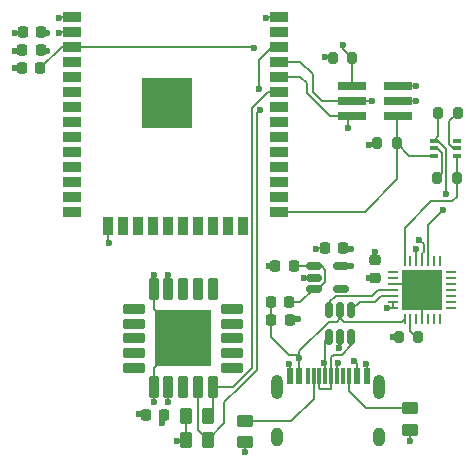
<source format=gbr>
%TF.GenerationSoftware,KiCad,Pcbnew,9.0.1*%
%TF.CreationDate,2025-11-28T17:08:09+01:00*%
%TF.ProjectId,SCD41-D-R1_demo,53434434-312d-4442-9d52-315f64656d6f,rev?*%
%TF.SameCoordinates,Original*%
%TF.FileFunction,Copper,L1,Top*%
%TF.FilePolarity,Positive*%
%FSLAX46Y46*%
G04 Gerber Fmt 4.6, Leading zero omitted, Abs format (unit mm)*
G04 Created by KiCad (PCBNEW 9.0.1) date 2025-11-28 17:08:09*
%MOMM*%
%LPD*%
G01*
G04 APERTURE LIST*
G04 Aperture macros list*
%AMRoundRect*
0 Rectangle with rounded corners*
0 $1 Rounding radius*
0 $2 $3 $4 $5 $6 $7 $8 $9 X,Y pos of 4 corners*
0 Add a 4 corners polygon primitive as box body*
4,1,4,$2,$3,$4,$5,$6,$7,$8,$9,$2,$3,0*
0 Add four circle primitives for the rounded corners*
1,1,$1+$1,$2,$3*
1,1,$1+$1,$4,$5*
1,1,$1+$1,$6,$7*
1,1,$1+$1,$8,$9*
0 Add four rect primitives between the rounded corners*
20,1,$1+$1,$2,$3,$4,$5,0*
20,1,$1+$1,$4,$5,$6,$7,0*
20,1,$1+$1,$6,$7,$8,$9,0*
20,1,$1+$1,$8,$9,$2,$3,0*%
G04 Aperture macros list end*
%TA.AperFunction,SMDPad,CuDef*%
%ADD10RoundRect,0.200000X-0.200000X-0.275000X0.200000X-0.275000X0.200000X0.275000X-0.200000X0.275000X0*%
%TD*%
%TA.AperFunction,SMDPad,CuDef*%
%ADD11RoundRect,0.225000X0.250000X-0.225000X0.250000X0.225000X-0.250000X0.225000X-0.250000X-0.225000X0*%
%TD*%
%TA.AperFunction,SMDPad,CuDef*%
%ADD12RoundRect,0.062500X-0.337500X-0.062500X0.337500X-0.062500X0.337500X0.062500X-0.337500X0.062500X0*%
%TD*%
%TA.AperFunction,SMDPad,CuDef*%
%ADD13RoundRect,0.062500X-0.062500X-0.337500X0.062500X-0.337500X0.062500X0.337500X-0.062500X0.337500X0*%
%TD*%
%TA.AperFunction,HeatsinkPad*%
%ADD14R,3.350000X3.350000*%
%TD*%
%TA.AperFunction,SMDPad,CuDef*%
%ADD15RoundRect,0.250000X-0.450000X0.262500X-0.450000X-0.262500X0.450000X-0.262500X0.450000X0.262500X0*%
%TD*%
%TA.AperFunction,SMDPad,CuDef*%
%ADD16RoundRect,0.250000X-0.262500X-0.450000X0.262500X-0.450000X0.262500X0.450000X-0.262500X0.450000X0*%
%TD*%
%TA.AperFunction,SMDPad,CuDef*%
%ADD17RoundRect,0.225000X0.225000X0.250000X-0.225000X0.250000X-0.225000X-0.250000X0.225000X-0.250000X0*%
%TD*%
%TA.AperFunction,SMDPad,CuDef*%
%ADD18R,2.400000X0.740000*%
%TD*%
%TA.AperFunction,SMDPad,CuDef*%
%ADD19RoundRect,0.225000X-0.225000X-0.250000X0.225000X-0.250000X0.225000X0.250000X-0.225000X0.250000X0*%
%TD*%
%TA.AperFunction,SMDPad,CuDef*%
%ADD20RoundRect,0.218750X0.218750X0.256250X-0.218750X0.256250X-0.218750X-0.256250X0.218750X-0.256250X0*%
%TD*%
%TA.AperFunction,SMDPad,CuDef*%
%ADD21RoundRect,0.100000X-0.225000X-0.100000X0.225000X-0.100000X0.225000X0.100000X-0.225000X0.100000X0*%
%TD*%
%TA.AperFunction,SMDPad,CuDef*%
%ADD22R,0.600000X1.450000*%
%TD*%
%TA.AperFunction,SMDPad,CuDef*%
%ADD23R,0.300000X1.450000*%
%TD*%
%TA.AperFunction,HeatsinkPad*%
%ADD24O,1.000000X2.100000*%
%TD*%
%TA.AperFunction,HeatsinkPad*%
%ADD25O,1.000000X1.600000*%
%TD*%
%TA.AperFunction,SMDPad,CuDef*%
%ADD26RoundRect,0.200000X0.200000X0.275000X-0.200000X0.275000X-0.200000X-0.275000X0.200000X-0.275000X0*%
%TD*%
%TA.AperFunction,SMDPad,CuDef*%
%ADD27RoundRect,0.150000X0.150000X-0.512500X0.150000X0.512500X-0.150000X0.512500X-0.150000X-0.512500X0*%
%TD*%
%TA.AperFunction,SMDPad,CuDef*%
%ADD28RoundRect,0.150000X-0.512500X-0.150000X0.512500X-0.150000X0.512500X0.150000X-0.512500X0.150000X0*%
%TD*%
%TA.AperFunction,SMDPad,CuDef*%
%ADD29R,1.500000X0.900000*%
%TD*%
%TA.AperFunction,SMDPad,CuDef*%
%ADD30R,0.900000X1.500000*%
%TD*%
%TA.AperFunction,SMDPad,CuDef*%
%ADD31R,1.050000X1.050000*%
%TD*%
%TA.AperFunction,HeatsinkPad*%
%ADD32C,0.600000*%
%TD*%
%TA.AperFunction,HeatsinkPad*%
%ADD33R,4.200000X4.200000*%
%TD*%
%TA.AperFunction,SMDPad,CuDef*%
%ADD34RoundRect,0.212500X-0.737500X-0.212500X0.737500X-0.212500X0.737500X0.212500X-0.737500X0.212500X0*%
%TD*%
%TA.AperFunction,SMDPad,CuDef*%
%ADD35RoundRect,0.212500X-0.212500X-0.737500X0.212500X-0.737500X0.212500X0.737500X-0.212500X0.737500X0*%
%TD*%
%TA.AperFunction,HeatsinkPad*%
%ADD36R,4.800000X4.800000*%
%TD*%
%TA.AperFunction,ViaPad*%
%ADD37C,0.600000*%
%TD*%
%TA.AperFunction,Conductor*%
%ADD38C,0.200000*%
%TD*%
G04 APERTURE END LIST*
D10*
%TO.P,R13,1*%
%TO.N,+3.3V*%
X193000000Y-94000000D03*
%TO.P,R13,2*%
%TO.N,Net-(U7-~{RST})*%
X194650000Y-94000000D03*
%TD*%
D11*
%TO.P,C9,1*%
%TO.N,+3.3V*%
X191000000Y-89000000D03*
%TO.P,C9,2*%
%TO.N,GND*%
X191000000Y-87450000D03*
%TD*%
D12*
%TO.P,U7,1,~{DCD}*%
%TO.N,unconnected-(U7-~{DCD}-Pad1)*%
X192550000Y-88500000D03*
%TO.P,U7,2,~{RI}/CLK*%
%TO.N,unconnected-(U7-~{RI}{slash}CLK-Pad2)*%
X192550000Y-89000000D03*
%TO.P,U7,3,GND*%
%TO.N,GND*%
X192550000Y-89500000D03*
%TO.P,U7,4,D+*%
%TO.N,USBP*%
X192550000Y-90000000D03*
%TO.P,U7,5,D-*%
%TO.N,USBN*%
X192550000Y-90500000D03*
%TO.P,U7,6,VDD*%
%TO.N,+3.3V*%
X192550000Y-91000000D03*
%TO.P,U7,7,VREGIN*%
X192550000Y-91500000D03*
D13*
%TO.P,U7,8,VBUS*%
%TO.N,VIN*%
X193500000Y-92450000D03*
%TO.P,U7,9,~{RST}*%
%TO.N,Net-(U7-~{RST})*%
X194000000Y-92450000D03*
%TO.P,U7,10,NC*%
%TO.N,unconnected-(U7-NC-Pad10)*%
X194500000Y-92450000D03*
%TO.P,U7,11,~{SUSPEND}*%
%TO.N,GND*%
X195000000Y-92450000D03*
%TO.P,U7,12,SUSPEND*%
%TO.N,unconnected-(U7-SUSPEND-Pad12)*%
X195500000Y-92450000D03*
%TO.P,U7,13,CHREN*%
%TO.N,unconnected-(U7-CHREN-Pad13)*%
X196000000Y-92450000D03*
%TO.P,U7,14,CHR1*%
%TO.N,unconnected-(U7-CHR1-Pad14)*%
X196500000Y-92450000D03*
D12*
%TO.P,U7,15,CHR0*%
%TO.N,unconnected-(U7-CHR0-Pad15)*%
X197450000Y-91500000D03*
%TO.P,U7,16,~{WAKEUP}/GPIO.3*%
%TO.N,unconnected-(U7-~{WAKEUP}{slash}GPIO.3-Pad16)*%
X197450000Y-91000000D03*
%TO.P,U7,17,RS485/GPIO.2*%
%TO.N,unconnected-(U7-RS485{slash}GPIO.2-Pad17)*%
X197450000Y-90500000D03*
%TO.P,U7,18,~{RXT}/GPIO.1*%
%TO.N,unconnected-(U7-~{RXT}{slash}GPIO.1-Pad18)*%
X197450000Y-90000000D03*
%TO.P,U7,19,~{TXT}/GPIO.0*%
%TO.N,unconnected-(U7-~{TXT}{slash}GPIO.0-Pad19)*%
X197450000Y-89500000D03*
%TO.P,U7,20,GPIO.6*%
%TO.N,unconnected-(U7-GPIO.6-Pad20)*%
X197450000Y-89000000D03*
%TO.P,U7,21,GPIO.5*%
%TO.N,unconnected-(U7-GPIO.5-Pad21)*%
X197450000Y-88500000D03*
D13*
%TO.P,U7,22,GPIO.4*%
%TO.N,unconnected-(U7-GPIO.4-Pad22)*%
X196500000Y-87550000D03*
%TO.P,U7,23,~{CTS}*%
%TO.N,unconnected-(U7-~{CTS}-Pad23)*%
X196000000Y-87550000D03*
%TO.P,U7,24,~{RTS}*%
%TO.N,Net-(Q1A-E1)*%
X195500000Y-87550000D03*
%TO.P,U7,25,RXD*%
%TO.N,TX*%
X195000000Y-87550000D03*
%TO.P,U7,26,TXD*%
%TO.N,RX*%
X194500000Y-87550000D03*
%TO.P,U7,27,~{DSR}*%
%TO.N,unconnected-(U7-~{DSR}-Pad27)*%
X194000000Y-87550000D03*
%TO.P,U7,28,~{DTR}*%
%TO.N,Net-(Q1B-E2)*%
X193500000Y-87550000D03*
D14*
%TO.P,U7,29,GND*%
%TO.N,GND*%
X195000000Y-90000000D03*
%TD*%
D15*
%TO.P,R5,1*%
%TO.N,Net-(J4-CC2)*%
X194000000Y-100000000D03*
%TO.P,R5,2*%
%TO.N,GND*%
X194000000Y-101825000D03*
%TD*%
D16*
%TO.P,R17,1*%
%TO.N,+3.3V*%
X175000000Y-102700000D03*
%TO.P,R17,2*%
%TO.N,SCL*%
X176825000Y-102700000D03*
%TD*%
%TO.P,R16,1*%
%TO.N,+3.3V*%
X175000000Y-100700000D03*
%TO.P,R16,2*%
%TO.N,SDA*%
X176825000Y-100700000D03*
%TD*%
D10*
%TO.P,R9,1*%
%TO.N,+3.3V*%
X187400000Y-70400000D03*
%TO.P,R9,2*%
%TO.N,EN*%
X189050000Y-70400000D03*
%TD*%
D17*
%TO.P,C5,1*%
%TO.N,+3.3V*%
X173150000Y-100600000D03*
%TO.P,C5,2*%
%TO.N,GND*%
X171600000Y-100600000D03*
%TD*%
D18*
%TO.P,J3,1,Pin_1*%
%TO.N,EN*%
X189050000Y-72730000D03*
%TO.P,J3,2,Pin_2*%
%TO.N,+3.3V*%
X192950000Y-72730000D03*
%TO.P,J3,3,Pin_3*%
%TO.N,TX*%
X189050000Y-74000000D03*
%TO.P,J3,4,Pin_4*%
%TO.N,GND*%
X192950000Y-74000000D03*
%TO.P,J3,5,Pin_5*%
%TO.N,RX*%
X189050000Y-75270000D03*
%TO.P,J3,6,Pin_6*%
%TO.N,BT*%
X192950000Y-75270000D03*
%TD*%
D19*
%TO.P,C2,1*%
%TO.N,VIN*%
X182217500Y-92545000D03*
%TO.P,C2,2*%
%TO.N,GND*%
X183767500Y-92545000D03*
%TD*%
D20*
%TO.P,FB1,1*%
%TO.N,Net-(U2-EN)*%
X183742500Y-91045000D03*
%TO.P,FB1,2*%
%TO.N,VIN*%
X182167500Y-91045000D03*
%TD*%
D19*
%TO.P,C8,1*%
%TO.N,GND*%
X161150000Y-68200000D03*
%TO.P,C8,2*%
%TO.N,+3.3V*%
X162700000Y-68200000D03*
%TD*%
%TO.P,C6,1*%
%TO.N,GND*%
X161100000Y-71200000D03*
%TO.P,C6,2*%
%TO.N,EN*%
X162650000Y-71200000D03*
%TD*%
D21*
%TO.P,Q1,1,E1*%
%TO.N,Net-(Q1A-E1)*%
X196000000Y-77350000D03*
%TO.P,Q1,2,B1*%
%TO.N,Net-(Q1A-B1)*%
X196000000Y-78000000D03*
%TO.P,Q1,3,C2*%
%TO.N,BT*%
X196000000Y-78650000D03*
%TO.P,Q1,4,E2*%
%TO.N,Net-(Q1B-E2)*%
X197900000Y-78650000D03*
%TO.P,Q1,5,B2*%
%TO.N,Net-(Q1B-B2)*%
X197900000Y-78000000D03*
%TO.P,Q1,6,C1*%
%TO.N,/USBSerial/EN*%
X197900000Y-77350000D03*
%TD*%
D22*
%TO.P,J4,A1,GND*%
%TO.N,GND*%
X183787500Y-97325000D03*
%TO.P,J4,A4,VBUS*%
%TO.N,VIN*%
X184587500Y-97325000D03*
D23*
%TO.P,J4,A5,CC1*%
%TO.N,Net-(J4-CC1)*%
X185787500Y-97325000D03*
%TO.P,J4,A6,D+*%
%TO.N,D+*%
X186787500Y-97325000D03*
%TO.P,J4,A7,D-*%
%TO.N,D-*%
X187287500Y-97325000D03*
%TO.P,J4,A8,SBU1*%
%TO.N,unconnected-(J4-SBU1-PadA8)*%
X188287500Y-97325000D03*
D22*
%TO.P,J4,A9,VBUS*%
%TO.N,VIN*%
X189487500Y-97325000D03*
%TO.P,J4,A12,GND*%
%TO.N,GND*%
X190287500Y-97325000D03*
%TO.P,J4,B1,GND*%
X190287500Y-97325000D03*
%TO.P,J4,B4,VBUS*%
%TO.N,VIN*%
X189487500Y-97325000D03*
D23*
%TO.P,J4,B5,CC2*%
%TO.N,Net-(J4-CC2)*%
X188787500Y-97325000D03*
%TO.P,J4,B6,D+*%
%TO.N,D+*%
X187787500Y-97325000D03*
%TO.P,J4,B7,D-*%
%TO.N,D-*%
X186287500Y-97325000D03*
%TO.P,J4,B8,SBU2*%
%TO.N,unconnected-(J4-SBU2-PadB8)*%
X185287500Y-97325000D03*
D22*
%TO.P,J4,B9,VBUS*%
%TO.N,VIN*%
X184587500Y-97325000D03*
%TO.P,J4,B12,GND*%
%TO.N,GND*%
X183787500Y-97325000D03*
D24*
%TO.P,J4,S1,SHIELD*%
X182717500Y-98240000D03*
D25*
X182717500Y-102420000D03*
D24*
X191357500Y-98240000D03*
D25*
X191357500Y-102420000D03*
%TD*%
D26*
%TO.P,R15,1*%
%TO.N,Net-(Q1B-B2)*%
X198000000Y-75000000D03*
%TO.P,R15,2*%
%TO.N,Net-(Q1A-E1)*%
X196350000Y-75000000D03*
%TD*%
D27*
%TO.P,U3,1,I/O1*%
%TO.N,D+*%
X187100000Y-94000000D03*
%TO.P,U3,2,GND*%
%TO.N,GND*%
X188050000Y-94000000D03*
%TO.P,U3,3,I/O2*%
%TO.N,D-*%
X189000000Y-94000000D03*
%TO.P,U3,4,I/O2*%
%TO.N,USBN*%
X189000000Y-91725000D03*
%TO.P,U3,5,VBUS*%
%TO.N,VIN*%
X188050000Y-91725000D03*
%TO.P,U3,6,I/O1*%
%TO.N,USBP*%
X187100000Y-91725000D03*
%TD*%
D28*
%TO.P,U2,1,VIN*%
%TO.N,Net-(U2-EN)*%
X185825000Y-88000000D03*
%TO.P,U2,2,GND*%
%TO.N,GND*%
X185825000Y-88950000D03*
%TO.P,U2,3,EN*%
%TO.N,Net-(U2-EN)*%
X185825000Y-89900000D03*
%TO.P,U2,4,NC*%
%TO.N,unconnected-(U2-NC-Pad4)*%
X188100000Y-89900000D03*
%TO.P,U2,5,VOUT*%
%TO.N,+3.3V*%
X188100000Y-88000000D03*
%TD*%
D29*
%TO.P,U4,1,GND*%
%TO.N,GND*%
X165345000Y-66850000D03*
%TO.P,U4,2,VDD*%
%TO.N,+3.3V*%
X165345000Y-68120000D03*
%TO.P,U4,3,EN*%
%TO.N,EN*%
X165345000Y-69390000D03*
%TO.P,U4,4,SENSOR_VP*%
%TO.N,/STDEsp32/GPIO36*%
X165345000Y-70660000D03*
%TO.P,U4,5,SENSOR_VN*%
%TO.N,/STDEsp32/GPIO39*%
X165345000Y-71930000D03*
%TO.P,U4,6,IO34*%
%TO.N,/STDEsp32/GPIO34*%
X165345000Y-73200000D03*
%TO.P,U4,7,IO35*%
%TO.N,/STDEsp32/GPIO35*%
X165345000Y-74470000D03*
%TO.P,U4,8,IO32*%
%TO.N,/STDEsp32/GPIO32*%
X165345000Y-75740000D03*
%TO.P,U4,9,IO33*%
%TO.N,/STDEsp32/GPIO33*%
X165345000Y-77010000D03*
%TO.P,U4,10,IO25*%
%TO.N,/STDEsp32/GPIO25*%
X165345000Y-78280000D03*
%TO.P,U4,11,IO26*%
%TO.N,/STDEsp32/GPIO26*%
X165345000Y-79550000D03*
%TO.P,U4,12,IO27*%
%TO.N,/STDEsp32/GPIO27*%
X165345000Y-80820000D03*
%TO.P,U4,13,IO14*%
%TO.N,/STDEsp32/GPIO14*%
X165345000Y-82090000D03*
%TO.P,U4,14,IO12*%
%TO.N,/STDEsp32/GPIO12*%
X165345000Y-83360000D03*
D30*
%TO.P,U4,15,GND*%
%TO.N,GND*%
X168385000Y-84610000D03*
%TO.P,U4,16,IO13*%
%TO.N,/STDEsp32/GPIO13*%
X169655000Y-84610000D03*
%TO.P,U4,17,SHD/SD2*%
%TO.N,unconnected-(U4-SHD{slash}SD2-Pad17)*%
X170925000Y-84610000D03*
%TO.P,U4,18,SWP/SD3*%
%TO.N,unconnected-(U4-SWP{slash}SD3-Pad18)*%
X172195000Y-84610000D03*
%TO.P,U4,19,SCS/CMD*%
%TO.N,unconnected-(U4-SCS{slash}CMD-Pad19)*%
X173465000Y-84610000D03*
%TO.P,U4,20,SCK/CLK*%
%TO.N,unconnected-(U4-SCK{slash}CLK-Pad20)*%
X174735000Y-84610000D03*
%TO.P,U4,21,SDO/SD0*%
%TO.N,unconnected-(U4-SDO{slash}SD0-Pad21)*%
X176005000Y-84610000D03*
%TO.P,U4,22,SDI/SD1*%
%TO.N,unconnected-(U4-SDI{slash}SD1-Pad22)*%
X177275000Y-84610000D03*
%TO.P,U4,23,IO15*%
%TO.N,/STDEsp32/GPIO15*%
X178545000Y-84610000D03*
%TO.P,U4,24,IO2*%
%TO.N,/STDEsp32/GPIO2*%
X179815000Y-84610000D03*
D29*
%TO.P,U4,25,IO0*%
%TO.N,BT*%
X182845000Y-83360000D03*
%TO.P,U4,26,IO4*%
%TO.N,/STDEsp32/GPIO4*%
X182845000Y-82090000D03*
%TO.P,U4,27,IO16*%
%TO.N,/STDEsp32/GPIO16*%
X182845000Y-80820000D03*
%TO.P,U4,28,IO17*%
%TO.N,/STDEsp32/GPIO17*%
X182845000Y-79550000D03*
%TO.P,U4,29,IO5*%
%TO.N,/STDEsp32/GPIO5*%
X182845000Y-78280000D03*
%TO.P,U4,30,IO18*%
%TO.N,/STDEsp32/GPIO18*%
X182845000Y-77010000D03*
%TO.P,U4,31,IO19*%
%TO.N,/STDEsp32/GPIO19*%
X182845000Y-75740000D03*
%TO.P,U4,32,NC*%
%TO.N,unconnected-(U4-NC-Pad32)*%
X182845000Y-74470000D03*
%TO.P,U4,33,IO21*%
%TO.N,SDA*%
X182845000Y-73200000D03*
%TO.P,U4,34,RXD0/IO3*%
%TO.N,RX*%
X182845000Y-71930000D03*
%TO.P,U4,35,TXD0/IO1*%
%TO.N,TX*%
X182845000Y-70660000D03*
%TO.P,U4,36,IO22*%
%TO.N,SCL*%
X182845000Y-69390000D03*
%TO.P,U4,37,IO23*%
%TO.N,/STDEsp32/GPIO23*%
X182845000Y-68120000D03*
%TO.P,U4,38,GND*%
%TO.N,GND*%
X182845000Y-66850000D03*
D31*
%TO.P,U4,39,GND*%
X171890000Y-72665000D03*
D32*
X171890000Y-73427500D03*
D31*
X171890000Y-74190000D03*
D32*
X171890000Y-74952500D03*
D31*
X171890000Y-75715000D03*
D32*
X172652500Y-72665000D03*
X172652500Y-74190000D03*
X172652500Y-75715000D03*
D31*
X173415000Y-72665000D03*
D32*
X173415000Y-73427500D03*
D31*
X173415000Y-74190000D03*
D33*
X173415000Y-74190000D03*
D32*
X173415000Y-74952500D03*
D31*
X173415000Y-75715000D03*
D32*
X174177500Y-72665000D03*
X174177500Y-74190000D03*
X174177500Y-75715000D03*
D31*
X174940000Y-72665000D03*
D32*
X174940000Y-73427500D03*
D31*
X174940000Y-74190000D03*
D32*
X174940000Y-74952500D03*
D31*
X174940000Y-75715000D03*
%TD*%
D15*
%TO.P,R1,1*%
%TO.N,Net-(J4-CC1)*%
X180000000Y-101087500D03*
%TO.P,R1,2*%
%TO.N,GND*%
X180000000Y-102912500D03*
%TD*%
D10*
%TO.P,R14,1*%
%TO.N,Net-(Q1A-B1)*%
X196250000Y-80500000D03*
%TO.P,R14,2*%
%TO.N,Net-(Q1B-E2)*%
X197900000Y-80500000D03*
%TD*%
%TO.P,R10,1*%
%TO.N,+3.3V*%
X191200000Y-77600000D03*
%TO.P,R10,2*%
%TO.N,BT*%
X192850000Y-77600000D03*
%TD*%
D19*
%TO.P,C7,1*%
%TO.N,GND*%
X161125000Y-69700000D03*
%TO.P,C7,2*%
%TO.N,+3.3V*%
X162675000Y-69700000D03*
%TD*%
D17*
%TO.P,C4,1*%
%TO.N,+3.3V*%
X188317500Y-86445000D03*
%TO.P,C4,2*%
%TO.N,GND*%
X186767500Y-86445000D03*
%TD*%
%TO.P,C3,1*%
%TO.N,Net-(U2-EN)*%
X184117500Y-87945000D03*
%TO.P,C3,2*%
%TO.N,GND*%
X182567500Y-87945000D03*
%TD*%
D34*
%TO.P,U1,1*%
%TO.N,N/C*%
X170600000Y-91600000D03*
%TO.P,U1,2*%
X170600000Y-92850000D03*
%TO.P,U1,3*%
X170600000Y-94100000D03*
%TO.P,U1,4*%
X170600000Y-95350000D03*
%TO.P,U1,5*%
X170600000Y-96600000D03*
D35*
%TO.P,U1,6,GND*%
%TO.N,GND*%
X172250000Y-98250000D03*
%TO.P,U1,7,VDD*%
%TO.N,+3.3V*%
X173500000Y-98250000D03*
%TO.P,U1,8*%
%TO.N,N/C*%
X174750000Y-98250000D03*
%TO.P,U1,9,SCL*%
%TO.N,SCL*%
X176000000Y-98250000D03*
%TO.P,U1,10,SDA*%
%TO.N,SDA*%
X177250000Y-98250000D03*
D34*
%TO.P,U1,11*%
%TO.N,N/C*%
X178900000Y-96600000D03*
%TO.P,U1,12*%
X178900000Y-95350000D03*
%TO.P,U1,13*%
X178900000Y-94100000D03*
%TO.P,U1,14*%
X178900000Y-92850000D03*
%TO.P,U1,15*%
X178900000Y-91600000D03*
D35*
%TO.P,U1,16*%
X177250000Y-89950000D03*
%TO.P,U1,17*%
X176000000Y-89950000D03*
%TO.P,U1,18*%
X174750000Y-89950000D03*
%TO.P,U1,19,VDD*%
%TO.N,+3.3V*%
X173500000Y-89950000D03*
%TO.P,U1,20,GND*%
%TO.N,GND*%
X172250000Y-89950000D03*
D36*
%TO.P,U1,21,GND*%
X174750000Y-94100000D03*
%TD*%
D37*
%TO.N,D+*%
X186687500Y-96166988D03*
X187887500Y-96166987D03*
%TO.N,VIN*%
X184587500Y-95750000D03*
X189250000Y-96000000D03*
%TO.N,GND*%
X191000000Y-86750000D03*
%TO.N,Net-(Q1A-E1)*%
X197000000Y-81900000D03*
X196750000Y-83250000D03*
%TO.N,TX*%
X190750000Y-74000000D03*
X194752983Y-85741051D03*
%TO.N,RX*%
X188750000Y-76250000D03*
X194500000Y-86500000D03*
%TO.N,EN*%
X180750000Y-69500000D03*
X188250000Y-69250000D03*
%TO.N,SCL*%
X181200735Y-72950735D03*
X181250000Y-74750000D03*
%TO.N,GND*%
X174750000Y-94100000D03*
X190250000Y-96250000D03*
X183750000Y-96250000D03*
X184500000Y-92500000D03*
X185000000Y-89000000D03*
X182000000Y-88000000D03*
X186000000Y-86500000D03*
%TO.N,+3.3V*%
X190500000Y-77750000D03*
X194500000Y-72750000D03*
%TO.N,GND*%
X194500000Y-74000000D03*
%TO.N,+3.3V*%
X186750000Y-70250000D03*
%TO.N,GND*%
X181750000Y-67000000D03*
X195500000Y-89250000D03*
X195750000Y-90750000D03*
%TO.N,+3.3V*%
X192500000Y-94000000D03*
X192000000Y-91500000D03*
X189000000Y-86500000D03*
X189000000Y-88000000D03*
X190500000Y-89000000D03*
%TO.N,GND*%
X187906985Y-94900000D03*
X194000000Y-102750000D03*
X180000000Y-103750000D03*
%TO.N,+3.3V*%
X173500000Y-88750000D03*
X174250000Y-102750000D03*
%TO.N,GND*%
X172250000Y-99500000D03*
%TO.N,+3.3V*%
X173500000Y-99500000D03*
X173000000Y-101250000D03*
%TO.N,GND*%
X171000000Y-100500000D03*
X172250000Y-88750000D03*
X168500000Y-86000000D03*
%TO.N,+3.3V*%
X164250000Y-68250000D03*
X163250000Y-69750000D03*
X163250000Y-68250000D03*
%TO.N,GND*%
X164250000Y-67000000D03*
X160500000Y-71250000D03*
X160500000Y-69750000D03*
X160500000Y-68250000D03*
%TD*%
D38*
%TO.N,D-*%
X187238500Y-98351000D02*
X187287500Y-98302000D01*
X187287500Y-98302000D02*
X187287500Y-97325000D01*
X186287500Y-98302000D02*
X186336500Y-98351000D01*
X186287500Y-97325000D02*
X186287500Y-98302000D01*
X186336500Y-98351000D02*
X187238500Y-98351000D01*
%TO.N,D+*%
X187787500Y-96266987D02*
X187887500Y-96166987D01*
X187787500Y-97325000D02*
X187787500Y-96266987D01*
%TO.N,VIN*%
X188050000Y-92387499D02*
X188050000Y-91725000D01*
X188351001Y-92688500D02*
X188050000Y-92387499D01*
X193500000Y-92450000D02*
X193261500Y-92688500D01*
X193261500Y-92688500D02*
X188351001Y-92688500D01*
X184587500Y-97325000D02*
X184587500Y-95750000D01*
X189500000Y-96250000D02*
X189250000Y-96000000D01*
X189487500Y-96262500D02*
X189500000Y-96250000D01*
X189487500Y-97325000D02*
X189487500Y-96262500D01*
%TO.N,GND*%
X191000000Y-87450000D02*
X191000000Y-86750000D01*
X194500000Y-89500000D02*
X195000000Y-90000000D01*
X192550000Y-89500000D02*
X194500000Y-89500000D01*
%TO.N,Net-(Q1A-E1)*%
X196350000Y-77350000D02*
X196000000Y-77350000D01*
X197027000Y-78027000D02*
X196350000Y-77350000D01*
X197000000Y-81900000D02*
X197027000Y-81873000D01*
X197027000Y-81873000D02*
X197027000Y-78027000D01*
X195502000Y-84498000D02*
X196750000Y-83250000D01*
X195502000Y-87548000D02*
X195502000Y-84498000D01*
X195500000Y-87550000D02*
X195502000Y-87548000D01*
%TO.N,TX*%
X190750000Y-74000000D02*
X189050000Y-74000000D01*
X195101000Y-86089068D02*
X194752983Y-85741051D01*
X195101000Y-86748943D02*
X195101000Y-86089068D01*
X195000000Y-86849943D02*
X195101000Y-86748943D01*
X195000000Y-87550000D02*
X195000000Y-86849943D01*
%TO.N,RX*%
X188750000Y-76250000D02*
X188750000Y-75570000D01*
X188750000Y-75570000D02*
X189050000Y-75270000D01*
X194500000Y-87550000D02*
X194500000Y-86500000D01*
%TO.N,BT*%
X192850000Y-80650000D02*
X192850000Y-77600000D01*
X190140000Y-83360000D02*
X192850000Y-80650000D01*
X182845000Y-83360000D02*
X190140000Y-83360000D01*
%TO.N,EN*%
X188250000Y-69600000D02*
X189050000Y-70400000D01*
X188250000Y-69250000D02*
X188250000Y-69600000D01*
X180640000Y-69390000D02*
X180750000Y-69500000D01*
X165345000Y-69390000D02*
X180640000Y-69390000D01*
%TO.N,SDA*%
X181932000Y-73200000D02*
X182845000Y-73200000D01*
X180566000Y-74566000D02*
X181932000Y-73200000D01*
X180566000Y-96616086D02*
X180566000Y-74566000D01*
X177250000Y-98250000D02*
X178932086Y-98250000D01*
X178932086Y-98250000D02*
X180566000Y-96616086D01*
%TO.N,SCL*%
X181200735Y-70502265D02*
X182313000Y-69390000D01*
X181200735Y-72950735D02*
X181200735Y-70502265D01*
X180967000Y-75033000D02*
X181250000Y-74750000D01*
X180967000Y-76500000D02*
X180967000Y-75033000D01*
X180967000Y-94500000D02*
X180967000Y-76500000D01*
X180967000Y-96782186D02*
X180967000Y-94500000D01*
X179624593Y-98124593D02*
X180967000Y-96782186D01*
X182313000Y-69390000D02*
X182845000Y-69390000D01*
X178250000Y-100000000D02*
X178250000Y-99499186D01*
X178250000Y-101275000D02*
X178250000Y-100000000D01*
X178250000Y-99499186D02*
X179624593Y-98124593D01*
X176825000Y-102700000D02*
X178250000Y-101275000D01*
%TO.N,GND*%
X172250000Y-96600000D02*
X174750000Y-94100000D01*
X172250000Y-98250000D02*
X172250000Y-96600000D01*
X172250000Y-91600000D02*
X174750000Y-94100000D01*
X172250000Y-89950000D02*
X172250000Y-91600000D01*
%TO.N,VIN*%
X183750000Y-95500000D02*
X184587500Y-95500000D01*
X184587500Y-95500000D02*
X184587500Y-95208032D01*
X182217500Y-93967500D02*
X183750000Y-95500000D01*
X182217500Y-92545000D02*
X182217500Y-93967500D01*
%TO.N,GND*%
X190287500Y-97325000D02*
X190287500Y-96287500D01*
X190287500Y-96287500D02*
X190250000Y-96250000D01*
X183787500Y-96287500D02*
X183750000Y-96250000D01*
X183787500Y-97325000D02*
X183787500Y-96287500D01*
%TO.N,VIN*%
X182217500Y-91095000D02*
X182167500Y-91045000D01*
X182217500Y-92545000D02*
X182217500Y-91095000D01*
%TO.N,GND*%
X184455000Y-92545000D02*
X184500000Y-92500000D01*
X183767500Y-92545000D02*
X184455000Y-92545000D01*
%TO.N,Net-(U2-EN)*%
X186788500Y-88288500D02*
X186500000Y-88000000D01*
X186500000Y-88000000D02*
X185825000Y-88000000D01*
X186179468Y-89900000D02*
X186788500Y-89290968D01*
X186788500Y-89290968D02*
X186788500Y-88288500D01*
X185825000Y-89900000D02*
X186179468Y-89900000D01*
X184680000Y-91045000D02*
X185825000Y-89900000D01*
X183742500Y-91045000D02*
X184680000Y-91045000D01*
X184172500Y-88000000D02*
X184117500Y-87945000D01*
X185825000Y-88000000D02*
X184172500Y-88000000D01*
%TO.N,GND*%
X185050000Y-88950000D02*
X185000000Y-89000000D01*
X185825000Y-88950000D02*
X185050000Y-88950000D01*
X182055000Y-87945000D02*
X182000000Y-88000000D01*
X182567500Y-87945000D02*
X182055000Y-87945000D01*
X186055000Y-86445000D02*
X186000000Y-86500000D01*
X186767500Y-86445000D02*
X186055000Y-86445000D01*
%TO.N,Net-(Q1B-E2)*%
X197500000Y-82500000D02*
X197900000Y-82100000D01*
X197900000Y-82100000D02*
X197900000Y-80500000D01*
X195750000Y-82500000D02*
X197500000Y-82500000D01*
X193500000Y-84750000D02*
X195750000Y-82500000D01*
X193500000Y-87550000D02*
X193500000Y-84750000D01*
%TO.N,Net-(Q1A-B1)*%
X196250000Y-78000000D02*
X196000000Y-78000000D01*
X196626000Y-80124000D02*
X196626000Y-78376000D01*
X196250000Y-80500000D02*
X196626000Y-80124000D01*
X196626000Y-78376000D02*
X196250000Y-78000000D01*
%TO.N,Net-(Q1B-E2)*%
X197900000Y-78650000D02*
X197900000Y-80500000D01*
%TO.N,Net-(Q1B-B2)*%
X197601000Y-78000000D02*
X197900000Y-78000000D01*
X197274000Y-75726000D02*
X197274000Y-77673000D01*
X197274000Y-77673000D02*
X197601000Y-78000000D01*
X198000000Y-75000000D02*
X197274000Y-75726000D01*
%TO.N,Net-(Q1A-E1)*%
X196350000Y-77000000D02*
X196350000Y-75000000D01*
X196000000Y-77350000D02*
X196350000Y-77000000D01*
%TO.N,BT*%
X193900000Y-78650000D02*
X192850000Y-77600000D01*
X196000000Y-78650000D02*
X193900000Y-78650000D01*
X192850000Y-75370000D02*
X192950000Y-75270000D01*
X192850000Y-77600000D02*
X192850000Y-75370000D01*
%TO.N,+3.3V*%
X190650000Y-77600000D02*
X190500000Y-77750000D01*
X191200000Y-77600000D02*
X190650000Y-77600000D01*
X194480000Y-72730000D02*
X194500000Y-72750000D01*
X192950000Y-72730000D02*
X194480000Y-72730000D01*
%TO.N,GND*%
X192950000Y-74000000D02*
X194500000Y-74000000D01*
%TO.N,RX*%
X185250000Y-72500000D02*
X184680000Y-71930000D01*
X185250000Y-73317100D02*
X185250000Y-72500000D01*
X184680000Y-71930000D02*
X182845000Y-71930000D01*
X187202900Y-75270000D02*
X185250000Y-73317100D01*
X189050000Y-75270000D02*
X187202900Y-75270000D01*
%TO.N,TX*%
X185750000Y-73250000D02*
X185750000Y-71750000D01*
X184660000Y-70660000D02*
X182845000Y-70660000D01*
X186500000Y-74000000D02*
X185750000Y-73250000D01*
X185750000Y-71750000D02*
X184660000Y-70660000D01*
X189050000Y-74000000D02*
X186500000Y-74000000D01*
%TO.N,EN*%
X189050000Y-72730000D02*
X189050000Y-70400000D01*
%TO.N,+3.3V*%
X186900000Y-70400000D02*
X186750000Y-70250000D01*
X187400000Y-70400000D02*
X186900000Y-70400000D01*
%TO.N,GND*%
X181900000Y-66850000D02*
X181750000Y-67000000D01*
X182845000Y-66850000D02*
X181900000Y-66850000D01*
X195000000Y-89750000D02*
X195500000Y-89250000D01*
X195000000Y-90000000D02*
X195000000Y-89750000D01*
X195000000Y-90000000D02*
X195750000Y-90750000D01*
X195000000Y-92450000D02*
X195000000Y-90000000D01*
%TO.N,Net-(U7-~{RST})*%
X194000000Y-93500000D02*
X194000000Y-92450000D01*
X194500000Y-94000000D02*
X194000000Y-93500000D01*
X194650000Y-94000000D02*
X194500000Y-94000000D01*
%TO.N,+3.3V*%
X193000000Y-94000000D02*
X192500000Y-94000000D01*
X192550000Y-91500000D02*
X192000000Y-91500000D01*
X192550000Y-91000000D02*
X192550000Y-91500000D01*
X188945000Y-86445000D02*
X189000000Y-86500000D01*
X188317500Y-86445000D02*
X188945000Y-86445000D01*
X188100000Y-88000000D02*
X189000000Y-88000000D01*
X191000000Y-89000000D02*
X190500000Y-89000000D01*
%TO.N,USBN*%
X191000000Y-91000000D02*
X191500000Y-90500000D01*
X189725000Y-91000000D02*
X191000000Y-91000000D01*
X189000000Y-91725000D02*
X189725000Y-91000000D01*
X191500000Y-90500000D02*
X192550000Y-90500000D01*
%TO.N,USBP*%
X190749000Y-90501000D02*
X191250000Y-90000000D01*
X191250000Y-90000000D02*
X192550000Y-90000000D01*
X187661501Y-90501000D02*
X190749000Y-90501000D01*
X187100000Y-91062501D02*
X187661501Y-90501000D01*
X187100000Y-91725000D02*
X187100000Y-91062501D01*
%TO.N,VIN*%
X187748999Y-92688500D02*
X188050000Y-92387499D01*
X184587500Y-95208032D02*
X187107032Y-92688500D01*
X187107032Y-92688500D02*
X187748999Y-92688500D01*
X184587500Y-95750000D02*
X184587500Y-95500000D01*
%TO.N,GND*%
X188050000Y-94756985D02*
X187906985Y-94900000D01*
X188050000Y-94000000D02*
X188050000Y-94756985D01*
%TO.N,D-*%
X189000000Y-94662499D02*
X189000000Y-94000000D01*
X188162499Y-95500000D02*
X189000000Y-94662499D01*
X187500000Y-95500000D02*
X188162499Y-95500000D01*
X187287500Y-95712500D02*
X187500000Y-95500000D01*
X187287500Y-97325000D02*
X187287500Y-95712500D01*
%TO.N,D+*%
X186787500Y-94312500D02*
X187100000Y-94000000D01*
X186787500Y-97325000D02*
X186787500Y-94312500D01*
%TO.N,Net-(J4-CC2)*%
X188787500Y-98586008D02*
X188787500Y-97325000D01*
X190201492Y-100000000D02*
X188787500Y-98586008D01*
X194000000Y-100000000D02*
X190201492Y-100000000D01*
%TO.N,GND*%
X194000000Y-101825000D02*
X194000000Y-102750000D01*
%TO.N,Net-(J4-CC1)*%
X185787500Y-99212500D02*
X185787500Y-97325000D01*
X183912500Y-101087500D02*
X185787500Y-99212500D01*
X180000000Y-101087500D02*
X183912500Y-101087500D01*
%TO.N,GND*%
X180000000Y-102912500D02*
X180000000Y-103750000D01*
%TO.N,+3.3V*%
X173500000Y-89950000D02*
X173500000Y-88750000D01*
X174300000Y-102700000D02*
X174250000Y-102750000D01*
X175000000Y-102700000D02*
X174300000Y-102700000D01*
X175000000Y-100700000D02*
X175000000Y-102700000D01*
%TO.N,SCL*%
X176000000Y-101875000D02*
X176825000Y-102700000D01*
X176000000Y-98250000D02*
X176000000Y-101875000D01*
%TO.N,SDA*%
X176825000Y-100675000D02*
X177250000Y-100250000D01*
X176825000Y-100700000D02*
X176825000Y-100675000D01*
X177250000Y-100250000D02*
X177250000Y-98250000D01*
%TO.N,GND*%
X172250000Y-98250000D02*
X172250000Y-99500000D01*
%TO.N,+3.3V*%
X173500000Y-98250000D02*
X173500000Y-99500000D01*
X173150000Y-101100000D02*
X173000000Y-101250000D01*
X173150000Y-100600000D02*
X173150000Y-101100000D01*
%TO.N,GND*%
X171100000Y-100600000D02*
X171000000Y-100500000D01*
X171600000Y-100600000D02*
X171100000Y-100600000D01*
X172250000Y-89950000D02*
X172250000Y-88750000D01*
X168385000Y-85885000D02*
X168500000Y-86000000D01*
X168385000Y-84610000D02*
X168385000Y-85885000D01*
%TO.N,EN*%
X164460000Y-69390000D02*
X165345000Y-69390000D01*
X162650000Y-71200000D02*
X164460000Y-69390000D01*
%TO.N,+3.3V*%
X164380000Y-68120000D02*
X164250000Y-68250000D01*
X165345000Y-68120000D02*
X164380000Y-68120000D01*
X163200000Y-69700000D02*
X163250000Y-69750000D01*
X162675000Y-69700000D02*
X163200000Y-69700000D01*
X163200000Y-68200000D02*
X163250000Y-68250000D01*
X162700000Y-68200000D02*
X163200000Y-68200000D01*
%TO.N,GND*%
X164400000Y-66850000D02*
X164250000Y-67000000D01*
X165345000Y-66850000D02*
X164400000Y-66850000D01*
X160550000Y-71200000D02*
X160500000Y-71250000D01*
X161100000Y-71200000D02*
X160550000Y-71200000D01*
X160550000Y-69700000D02*
X160500000Y-69750000D01*
X161125000Y-69700000D02*
X160550000Y-69700000D01*
X160550000Y-68200000D02*
X160500000Y-68250000D01*
X161150000Y-68200000D02*
X160550000Y-68200000D01*
%TD*%
M02*

</source>
